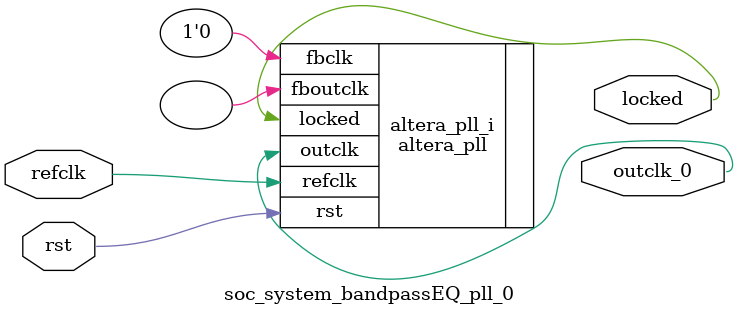
<source format=v>
`timescale 1ns/10ps
module  soc_system_bandpassEQ_pll_0(

	// interface 'refclk'
	input wire refclk,

	// interface 'reset'
	input wire rst,

	// interface 'outclk0'
	output wire outclk_0,

	// interface 'locked'
	output wire locked
);

	altera_pll #(
		.fractional_vco_multiplier("false"),
		.reference_clock_frequency("50.0 MHz"),
		.operation_mode("direct"),
		.number_of_clocks(1),
		.output_clock_frequency0("12.500000 MHz"),
		.phase_shift0("0 ps"),
		.duty_cycle0(50),
		.output_clock_frequency1("0 MHz"),
		.phase_shift1("0 ps"),
		.duty_cycle1(50),
		.output_clock_frequency2("0 MHz"),
		.phase_shift2("0 ps"),
		.duty_cycle2(50),
		.output_clock_frequency3("0 MHz"),
		.phase_shift3("0 ps"),
		.duty_cycle3(50),
		.output_clock_frequency4("0 MHz"),
		.phase_shift4("0 ps"),
		.duty_cycle4(50),
		.output_clock_frequency5("0 MHz"),
		.phase_shift5("0 ps"),
		.duty_cycle5(50),
		.output_clock_frequency6("0 MHz"),
		.phase_shift6("0 ps"),
		.duty_cycle6(50),
		.output_clock_frequency7("0 MHz"),
		.phase_shift7("0 ps"),
		.duty_cycle7(50),
		.output_clock_frequency8("0 MHz"),
		.phase_shift8("0 ps"),
		.duty_cycle8(50),
		.output_clock_frequency9("0 MHz"),
		.phase_shift9("0 ps"),
		.duty_cycle9(50),
		.output_clock_frequency10("0 MHz"),
		.phase_shift10("0 ps"),
		.duty_cycle10(50),
		.output_clock_frequency11("0 MHz"),
		.phase_shift11("0 ps"),
		.duty_cycle11(50),
		.output_clock_frequency12("0 MHz"),
		.phase_shift12("0 ps"),
		.duty_cycle12(50),
		.output_clock_frequency13("0 MHz"),
		.phase_shift13("0 ps"),
		.duty_cycle13(50),
		.output_clock_frequency14("0 MHz"),
		.phase_shift14("0 ps"),
		.duty_cycle14(50),
		.output_clock_frequency15("0 MHz"),
		.phase_shift15("0 ps"),
		.duty_cycle15(50),
		.output_clock_frequency16("0 MHz"),
		.phase_shift16("0 ps"),
		.duty_cycle16(50),
		.output_clock_frequency17("0 MHz"),
		.phase_shift17("0 ps"),
		.duty_cycle17(50),
		.pll_type("General"),
		.pll_subtype("General")
	) altera_pll_i (
		.rst	(rst),
		.outclk	({outclk_0}),
		.locked	(locked),
		.fboutclk	( ),
		.fbclk	(1'b0),
		.refclk	(refclk)
	);
endmodule


</source>
